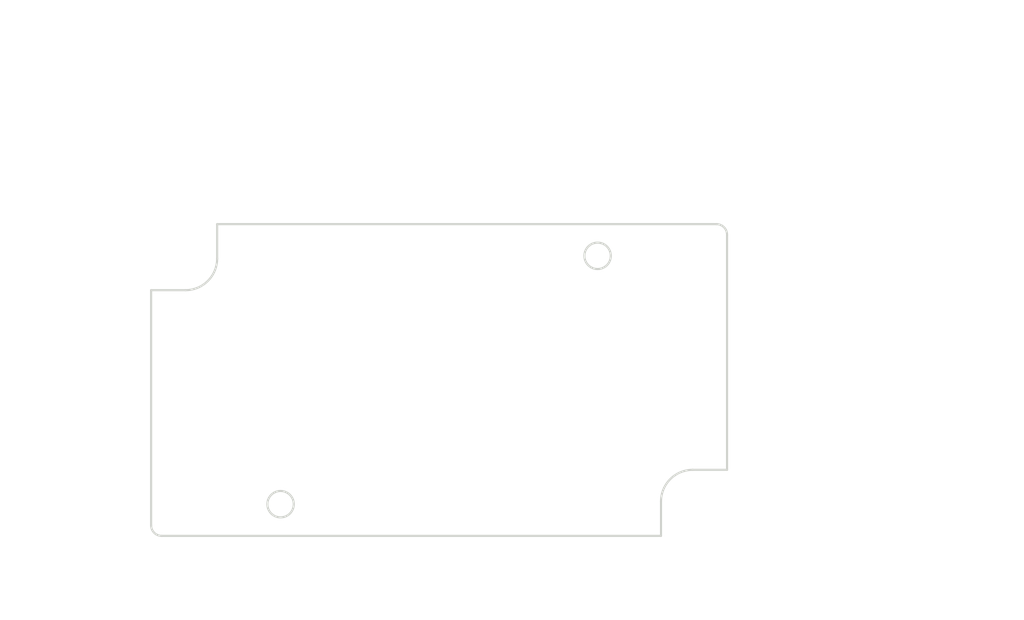
<source format=kicad_pcb>
(kicad_pcb (version 20171130) (host pcbnew "(5.1.0)-1")

  (general
    (thickness 1.6)
    (drawings 70)
    (tracks 0)
    (zones 0)
    (modules 0)
    (nets 1)
  )

  (page A4)
  (layers
    (0 F.Cu signal)
    (31 B.Cu signal)
    (32 B.Adhes user)
    (33 F.Adhes user)
    (34 B.Paste user)
    (35 F.Paste user)
    (36 B.SilkS user)
    (37 F.SilkS user)
    (38 B.Mask user)
    (39 F.Mask user)
    (40 Dwgs.User user)
    (41 Cmts.User user)
    (42 Eco1.User user)
    (43 Eco2.User user)
    (44 Edge.Cuts user)
    (45 Margin user)
    (46 B.CrtYd user)
    (47 F.CrtYd user)
    (48 B.Fab user)
    (49 F.Fab user)
  )

  (setup
    (last_trace_width 0.25)
    (trace_clearance 0.2)
    (zone_clearance 0.508)
    (zone_45_only no)
    (trace_min 0.2)
    (via_size 0.8)
    (via_drill 0.4)
    (via_min_size 0.4)
    (via_min_drill 0.3)
    (uvia_size 0.3)
    (uvia_drill 0.1)
    (uvias_allowed no)
    (uvia_min_size 0.2)
    (uvia_min_drill 0.1)
    (edge_width 0.05)
    (segment_width 0.2)
    (pcb_text_width 0.3)
    (pcb_text_size 1.5 1.5)
    (mod_edge_width 0.12)
    (mod_text_size 1 1)
    (mod_text_width 0.15)
    (pad_size 1.524 1.524)
    (pad_drill 0.762)
    (pad_to_mask_clearance 0.051)
    (solder_mask_min_width 0.25)
    (aux_axis_origin 0 0)
    (visible_elements FFFFFF7F)
    (pcbplotparams
      (layerselection 0x010fc_ffffffff)
      (usegerberextensions false)
      (usegerberattributes false)
      (usegerberadvancedattributes false)
      (creategerberjobfile false)
      (excludeedgelayer true)
      (linewidth 0.152400)
      (plotframeref false)
      (viasonmask false)
      (mode 1)
      (useauxorigin false)
      (hpglpennumber 1)
      (hpglpenspeed 20)
      (hpglpendiameter 15.000000)
      (psnegative false)
      (psa4output false)
      (plotreference true)
      (plotvalue true)
      (plotinvisibletext false)
      (padsonsilk false)
      (subtractmaskfromsilk false)
      (outputformat 1)
      (mirror false)
      (drillshape 1)
      (scaleselection 1)
      (outputdirectory ""))
  )

  (net 0 "")

  (net_class Default "This is the default net class."
    (clearance 0.2)
    (trace_width 0.25)
    (via_dia 0.8)
    (via_drill 0.4)
    (uvia_dia 0.3)
    (uvia_drill 0.1)
  )

  (gr_line (start 163.346012 110.546606) (end 116.096012 110.546606) (layer Edge.Cuts) (width 0.2))
  (gr_arc (start 116.096012 109.546606) (end 115.096012 109.546606) (angle -90) (layer Edge.Cuts) (width 0.2))
  (gr_line (start 115.096012 109.546606) (end 115.096012 87.296606) (layer Edge.Cuts) (width 0.2))
  (gr_line (start 115.096012 87.296606) (end 118.346012 87.296606) (layer Edge.Cuts) (width 0.2))
  (gr_arc (start 118.346012 84.296606) (end 118.346012 87.296606) (angle -90) (layer Edge.Cuts) (width 0.2))
  (gr_line (start 121.346012 84.296606) (end 121.346012 81.046606) (layer Edge.Cuts) (width 0.2))
  (gr_line (start 121.346012 81.046606) (end 168.596012 81.046606) (layer Edge.Cuts) (width 0.2))
  (gr_arc (start 168.596012 82.046606) (end 169.596012 82.046606) (angle -90) (layer Edge.Cuts) (width 0.2))
  (gr_line (start 169.596012 82.046606) (end 169.596012 104.296606) (layer Edge.Cuts) (width 0.2))
  (gr_line (start 169.596012 104.296606) (end 166.346012 104.296606) (layer Edge.Cuts) (width 0.2))
  (gr_arc (start 166.346012 107.296606) (end 166.346012 104.296606) (angle -90) (layer Edge.Cuts) (width 0.2))
  (gr_line (start 163.346012 107.296606) (end 163.346012 110.546606) (layer Edge.Cuts) (width 0.2))
  (gr_circle (center 157.346012 84.046606) (end 158.596012 84.046606) (layer Edge.Cuts) (width 0.2))
  (gr_circle (center 127.346012 107.546606) (end 128.596012 107.546606) (layer Edge.Cuts) (width 0.2))
  (gr_text [.92] (at 185.098546 94.311067) (layer Dwgs.User)
    (effects (font (size 1.7 1.53) (thickness 0.2125)))
  )
  (gr_text " 23.25" (at 185.098546 90.753052) (layer Dwgs.User)
    (effects (font (size 1.7 1.53) (thickness 0.2125)))
  )
  (gr_line (start 185.098546 102.296606) (end 185.098546 95.979621) (layer Dwgs.User) (width 0.2))
  (gr_line (start 185.098546 83.046606) (end 185.098546 88.863591) (layer Dwgs.User) (width 0.2))
  (gr_line (start 170.596012 104.296606) (end 188.273546 104.296606) (layer Dwgs.User) (width 0.2))
  (gr_line (start 169.596012 81.046606) (end 188.273546 81.046606) (layer Dwgs.User) (width 0.2))
  (gr_text [1.16] (at 193.692876 100.803128) (layer Dwgs.User)
    (effects (font (size 1.7 1.53) (thickness 0.2125)))
  )
  (gr_text " 29.50" (at 193.692876 97.245692) (layer Dwgs.User)
    (effects (font (size 1.7 1.53) (thickness 0.2125)))
  )
  (gr_line (start 193.692876 108.546606) (end 193.692876 102.471102) (layer Dwgs.User) (width 0.2))
  (gr_line (start 193.692876 83.046606) (end 193.692876 95.356231) (layer Dwgs.User) (width 0.2))
  (gr_line (start 164.346012 110.546606) (end 196.867876 110.546606) (layer Dwgs.User) (width 0.2))
  (gr_line (start 169.596012 81.046606) (end 196.867876 81.046606) (layer Dwgs.User) (width 0.2))
  (gr_text [R0.04] (at 105.296172 113.937899) (layer Dwgs.User)
    (effects (font (size 1.7 1.53) (thickness 0.2125)))
  )
  (gr_text " R1.00" (at 105.296172 110.380464) (layer Dwgs.User)
    (effects (font (size 1.7 1.53) (thickness 0.2125)))
  )
  (gr_line (start 111.766943 112.048438) (end 113.498571 111.047705) (layer Dwgs.User) (width 0.2))
  (gr_line (start 109.766943 112.048438) (end 111.766943 112.048438) (layer Dwgs.User) (width 0.2))
  (gr_text [R0.12] (at 130.465167 90.320769) (layer Dwgs.User)
    (effects (font (size 1.7 1.53) (thickness 0.2125)))
  )
  (gr_text " R3.00" (at 130.465167 86.762754) (layer Dwgs.User)
    (effects (font (size 1.7 1.53) (thickness 0.2125)))
  )
  (gr_line (start 123.994396 88.431308) (end 122.380572 87.249964) (layer Dwgs.User) (width 0.2))
  (gr_line (start 125.994396 88.431308) (end 123.994396 88.431308) (layer Dwgs.User) (width 0.2))
  (gr_text [.12] (at 174.903144 74.963735) (layer Dwgs.User)
    (effects (font (size 1.7 1.53) (thickness 0.2125)))
  )
  (gr_text " 3.00" (at 174.903144 71.40572) (layer Dwgs.User)
    (effects (font (size 1.7 1.53) (thickness 0.2125)))
  )
  (gr_line (start 169.518935 73.074274) (end 171.518935 73.074274) (layer Dwgs.User) (width 0.2))
  (gr_line (start 169.518935 79.046606) (end 169.518935 73.074274) (layer Dwgs.User) (width 0.2))
  (gr_line (start 158.346012 84.046606) (end 172.693935 84.046606) (layer Dwgs.User) (width 0.2))
  (gr_line (start 169.596012 81.046606) (end 172.693935 81.046606) (layer Dwgs.User) (width 0.2))
  (gr_text [.48] (at 151.292124 78.324448) (layer Dwgs.User)
    (effects (font (size 1.7 1.53) (thickness 0.2125)))
  )
  (gr_text " 12.25" (at 151.292124 74.767012) (layer Dwgs.User)
    (effects (font (size 1.7 1.53) (thickness 0.2125)))
  )
  (gr_line (start 157.346012 76.434986) (end 155.346012 76.434986) (layer Dwgs.User) (width 0.2))
  (gr_line (start 167.596012 76.434986) (end 159.346012 76.434986) (layer Dwgs.User) (width 0.2))
  (gr_line (start 157.346012 83.046606) (end 157.346012 73.259986) (layer Dwgs.User) (width 0.2))
  (gr_line (start 169.596012 81.046606) (end 169.596012 73.259986) (layer Dwgs.User) (width 0.2))
  (gr_text [1.18] (at 144.846012 117.111066) (layer Dwgs.User)
    (effects (font (size 1.7 1.53) (thickness 0.2125)))
  )
  (gr_text " 30.00" (at 144.846012 113.553051) (layer Dwgs.User)
    (effects (font (size 1.7 1.53) (thickness 0.2125)))
  )
  (gr_line (start 129.346012 115.221605) (end 140.801401 115.221605) (layer Dwgs.User) (width 0.2))
  (gr_line (start 155.346012 115.221605) (end 148.890623 115.221605) (layer Dwgs.User) (width 0.2))
  (gr_line (start 127.346012 108.546606) (end 127.346012 118.396605) (layer Dwgs.User) (width 0.2))
  (gr_line (start 157.346012 85.046606) (end 157.346012 118.396605) (layer Dwgs.User) (width 0.2))
  (gr_text [.93] (at 107.187392 97.686067) (layer Dwgs.User)
    (effects (font (size 1.7 1.53) (thickness 0.2125)))
  )
  (gr_text " 23.50" (at 107.187392 94.128052) (layer Dwgs.User)
    (effects (font (size 1.7 1.53) (thickness 0.2125)))
  )
  (gr_line (start 107.187392 105.546606) (end 107.187392 99.354621) (layer Dwgs.User) (width 0.2))
  (gr_line (start 107.187392 86.046606) (end 107.187392 92.238591) (layer Dwgs.User) (width 0.2))
  (gr_line (start 126.346012 107.546606) (end 104.012392 107.546606) (layer Dwgs.User) (width 0.2))
  (gr_line (start 156.346012 84.046606) (end 104.012392 84.046606) (layer Dwgs.User) (width 0.2))
  (gr_text [1.90] (at 140.471012 71.205712) (layer Dwgs.User)
    (effects (font (size 1.7 1.53) (thickness 0.2125)))
  )
  (gr_text " 48.25" (at 140.471012 67.648277) (layer Dwgs.User)
    (effects (font (size 1.7 1.53) (thickness 0.2125)))
  )
  (gr_line (start 167.596012 69.316251) (end 144.5249 69.316251) (layer Dwgs.User) (width 0.2))
  (gr_line (start 123.346012 69.316251) (end 136.417124 69.316251) (layer Dwgs.User) (width 0.2))
  (gr_line (start 169.596012 81.046606) (end 169.596012 66.141251) (layer Dwgs.User) (width 0.2))
  (gr_line (start 121.346012 80.046606) (end 121.346012 66.141251) (layer Dwgs.User) (width 0.2))
  (gr_text [2.15] (at 147.346012 65.001566) (layer Dwgs.User)
    (effects (font (size 1.7 1.53) (thickness 0.2125)))
  )
  (gr_text " 54.50" (at 147.346012 61.44413) (layer Dwgs.User)
    (effects (font (size 1.7 1.53) (thickness 0.2125)))
  )
  (gr_line (start 117.096012 63.112104) (end 143.301401 63.112104) (layer Dwgs.User) (width 0.2))
  (gr_line (start 167.596012 63.112104) (end 151.390623 63.112104) (layer Dwgs.User) (width 0.2))
  (gr_line (start 115.096012 86.296606) (end 115.096012 59.937104) (layer Dwgs.User) (width 0.2))
  (gr_line (start 169.596012 81.046606) (end 169.596012 59.937104) (layer Dwgs.User) (width 0.2))

)

</source>
